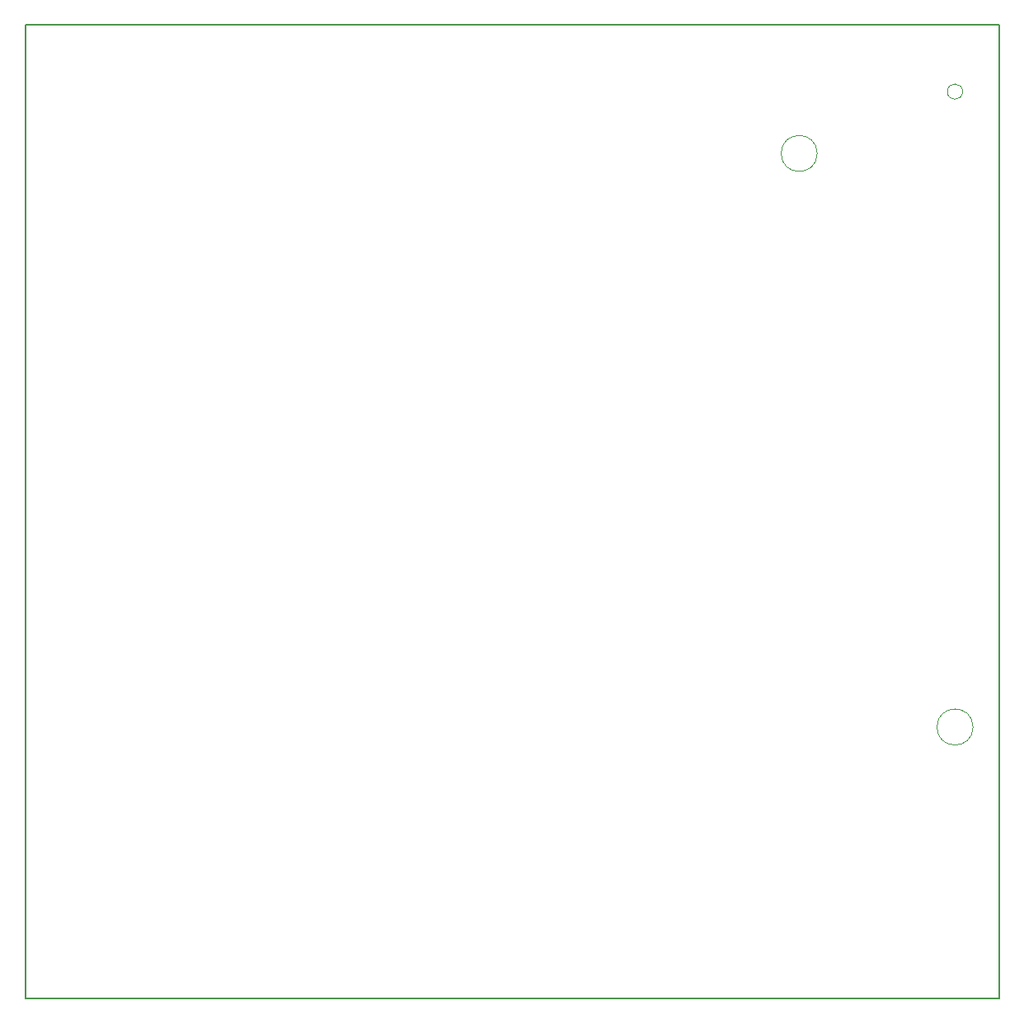
<source format=gbr>
%TF.GenerationSoftware,KiCad,Pcbnew,(7.0.0)*%
%TF.CreationDate,2023-04-20T20:25:40+02:00*%
%TF.ProjectId,EnviroHAT,456e7669-726f-4484-9154-2e6b69636164,rev?*%
%TF.SameCoordinates,Original*%
%TF.FileFunction,Profile,NP*%
%FSLAX46Y46*%
G04 Gerber Fmt 4.6, Leading zero omitted, Abs format (unit mm)*
G04 Created by KiCad (PCBNEW (7.0.0)) date 2023-04-20 20:25:40*
%MOMM*%
%LPD*%
G01*
G04 APERTURE LIST*
%TA.AperFunction,Profile*%
%ADD10C,0.200000*%
%TD*%
%TA.AperFunction,Profile*%
%ADD11C,0.020000*%
%TD*%
G04 APERTURE END LIST*
D10*
X88939000Y-38227000D02*
X188939000Y-38227000D01*
X188939000Y-38227000D02*
X188939000Y-138227000D01*
X188939000Y-138227000D02*
X88939000Y-138227000D01*
X88939000Y-138227000D02*
X88939000Y-38227000D01*
D11*
%TO.C,BT1*%
X186253000Y-110335000D02*
G75*
G03*
X186253000Y-110335000I-1850000J0D01*
G01*
X170253000Y-51435000D02*
G75*
G03*
X170253000Y-51435000I-1850000J0D01*
G01*
X185188000Y-45085000D02*
G75*
G03*
X185188000Y-45085000I-785000J0D01*
G01*
%TD*%
M02*

</source>
